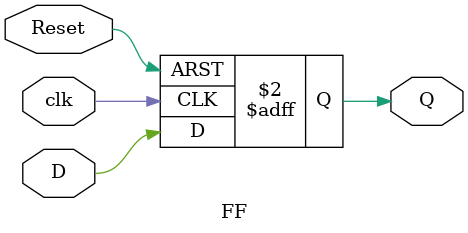
<source format=sv>
module LFSR (Clock, Reset, Q);
input Clock, Reset;
output [9:1]Q;
wire P;

assign P = Q[5] ^~ Q[9];
FF one (Q[1], P, Reset, Clock);
FF two (Q[2], Q[1], Reset, Clock);
FF three (Q[3], Q[2], Reset, Clock);
FF four (Q[4], Q[3], Reset, Clock);
FF five (Q[5], Q[4], Reset, Clock);
FF six (Q[6], Q[5], Reset, Clock);
FF seven (Q[7], Q[6], Reset, Clock);
FF eight (Q[8], Q[7], Reset, Clock);
FF nine (Q[9], Q[8], Reset, Clock);

endmodule

module FF (Q, D, Reset, clk);
output Q;
input D, Reset, clk;
reg Q;
always @(posedge clk or posedge Reset)
if (Reset)
Q = 0;
else
Q = D;
endmodule
</source>
